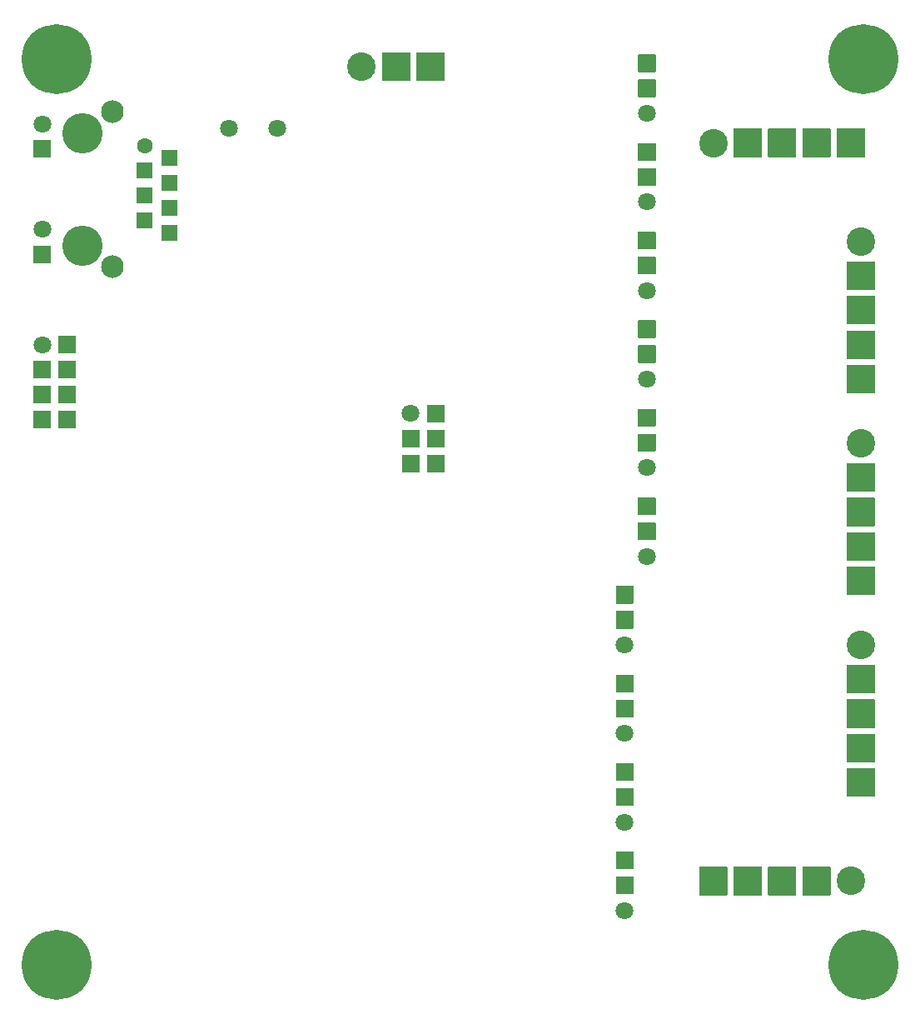
<source format=gbr>
G04 #@! TF.GenerationSoftware,KiCad,Pcbnew,(5.1.12)-1*
G04 #@! TF.CreationDate,2021-12-13T00:14:42+03:00*
G04 #@! TF.ProjectId,OCP-2,4f43502d-322e-46b6-9963-61645f706362,rev?*
G04 #@! TF.SameCoordinates,Original*
G04 #@! TF.FileFunction,Soldermask,Bot*
G04 #@! TF.FilePolarity,Negative*
%FSLAX46Y46*%
G04 Gerber Fmt 4.6, Leading zero omitted, Abs format (unit mm)*
G04 Created by KiCad (PCBNEW (5.1.12)-1) date 2021-12-13 00:14:42*
%MOMM*%
%LPD*%
G01*
G04 APERTURE LIST*
%ADD10C,1.802000*%
%ADD11C,2.902000*%
%ADD12C,7.102000*%
%ADD13C,2.302000*%
%ADD14C,4.102000*%
%ADD15C,1.602000*%
G04 APERTURE END LIST*
G36*
G01*
X91690000Y-94179000D02*
X93390000Y-94179000D01*
G75*
G02*
X93441000Y-94230000I0J-51000D01*
G01*
X93441000Y-95930000D01*
G75*
G02*
X93390000Y-95981000I-51000J0D01*
G01*
X91690000Y-95981000D01*
G75*
G02*
X91639000Y-95930000I0J51000D01*
G01*
X91639000Y-94230000D01*
G75*
G02*
X91690000Y-94179000I51000J0D01*
G01*
G37*
G36*
G01*
X91690000Y-91639000D02*
X93390000Y-91639000D01*
G75*
G02*
X93441000Y-91690000I0J-51000D01*
G01*
X93441000Y-93390000D01*
G75*
G02*
X93390000Y-93441000I-51000J0D01*
G01*
X91690000Y-93441000D01*
G75*
G02*
X91639000Y-93390000I0J51000D01*
G01*
X91639000Y-91690000D01*
G75*
G02*
X91690000Y-91639000I51000J0D01*
G01*
G37*
G36*
G01*
X91690000Y-89099000D02*
X93390000Y-89099000D01*
G75*
G02*
X93441000Y-89150000I0J-51000D01*
G01*
X93441000Y-90850000D01*
G75*
G02*
X93390000Y-90901000I-51000J0D01*
G01*
X91690000Y-90901000D01*
G75*
G02*
X91639000Y-90850000I0J51000D01*
G01*
X91639000Y-89150000D01*
G75*
G02*
X91690000Y-89099000I51000J0D01*
G01*
G37*
G36*
G01*
X89150000Y-94179000D02*
X90850000Y-94179000D01*
G75*
G02*
X90901000Y-94230000I0J-51000D01*
G01*
X90901000Y-95930000D01*
G75*
G02*
X90850000Y-95981000I-51000J0D01*
G01*
X89150000Y-95981000D01*
G75*
G02*
X89099000Y-95930000I0J51000D01*
G01*
X89099000Y-94230000D01*
G75*
G02*
X89150000Y-94179000I51000J0D01*
G01*
G37*
G36*
G01*
X89150000Y-91639000D02*
X90850000Y-91639000D01*
G75*
G02*
X90901000Y-91690000I0J-51000D01*
G01*
X90901000Y-93390000D01*
G75*
G02*
X90850000Y-93441000I-51000J0D01*
G01*
X89150000Y-93441000D01*
G75*
G02*
X89099000Y-93390000I0J51000D01*
G01*
X89099000Y-91690000D01*
G75*
G02*
X89150000Y-91639000I51000J0D01*
G01*
G37*
D10*
X90000000Y-90000000D03*
G36*
G01*
X51650000Y-89719000D02*
X53350000Y-89719000D01*
G75*
G02*
X53401000Y-89770000I0J-51000D01*
G01*
X53401000Y-91470000D01*
G75*
G02*
X53350000Y-91521000I-51000J0D01*
G01*
X51650000Y-91521000D01*
G75*
G02*
X51599000Y-91470000I0J51000D01*
G01*
X51599000Y-89770000D01*
G75*
G02*
X51650000Y-89719000I51000J0D01*
G01*
G37*
G36*
G01*
X54190000Y-89719000D02*
X55890000Y-89719000D01*
G75*
G02*
X55941000Y-89770000I0J-51000D01*
G01*
X55941000Y-91470000D01*
G75*
G02*
X55890000Y-91521000I-51000J0D01*
G01*
X54190000Y-91521000D01*
G75*
G02*
X54139000Y-91470000I0J51000D01*
G01*
X54139000Y-89770000D01*
G75*
G02*
X54190000Y-89719000I51000J0D01*
G01*
G37*
G36*
G01*
X54190000Y-87179000D02*
X55890000Y-87179000D01*
G75*
G02*
X55941000Y-87230000I0J-51000D01*
G01*
X55941000Y-88930000D01*
G75*
G02*
X55890000Y-88981000I-51000J0D01*
G01*
X54190000Y-88981000D01*
G75*
G02*
X54139000Y-88930000I0J51000D01*
G01*
X54139000Y-87230000D01*
G75*
G02*
X54190000Y-87179000I51000J0D01*
G01*
G37*
G36*
G01*
X54190000Y-84639000D02*
X55890000Y-84639000D01*
G75*
G02*
X55941000Y-84690000I0J-51000D01*
G01*
X55941000Y-86390000D01*
G75*
G02*
X55890000Y-86441000I-51000J0D01*
G01*
X54190000Y-86441000D01*
G75*
G02*
X54139000Y-86390000I0J51000D01*
G01*
X54139000Y-84690000D01*
G75*
G02*
X54190000Y-84639000I51000J0D01*
G01*
G37*
G36*
G01*
X54190000Y-82099000D02*
X55890000Y-82099000D01*
G75*
G02*
X55941000Y-82150000I0J-51000D01*
G01*
X55941000Y-83850000D01*
G75*
G02*
X55890000Y-83901000I-51000J0D01*
G01*
X54190000Y-83901000D01*
G75*
G02*
X54139000Y-83850000I0J51000D01*
G01*
X54139000Y-82150000D01*
G75*
G02*
X54190000Y-82099000I51000J0D01*
G01*
G37*
G36*
G01*
X51650000Y-87179000D02*
X53350000Y-87179000D01*
G75*
G02*
X53401000Y-87230000I0J-51000D01*
G01*
X53401000Y-88930000D01*
G75*
G02*
X53350000Y-88981000I-51000J0D01*
G01*
X51650000Y-88981000D01*
G75*
G02*
X51599000Y-88930000I0J51000D01*
G01*
X51599000Y-87230000D01*
G75*
G02*
X51650000Y-87179000I51000J0D01*
G01*
G37*
G36*
G01*
X51650000Y-84639000D02*
X53350000Y-84639000D01*
G75*
G02*
X53401000Y-84690000I0J-51000D01*
G01*
X53401000Y-86390000D01*
G75*
G02*
X53350000Y-86441000I-51000J0D01*
G01*
X51650000Y-86441000D01*
G75*
G02*
X51599000Y-86390000I0J51000D01*
G01*
X51599000Y-84690000D01*
G75*
G02*
X51650000Y-84639000I51000J0D01*
G01*
G37*
X52500000Y-83000000D03*
G36*
G01*
X90549000Y-56150000D02*
X90549000Y-53350000D01*
G75*
G02*
X90600000Y-53299000I51000J0D01*
G01*
X93400000Y-53299000D01*
G75*
G02*
X93451000Y-53350000I0J-51000D01*
G01*
X93451000Y-56150000D01*
G75*
G02*
X93400000Y-56201000I-51000J0D01*
G01*
X90600000Y-56201000D01*
G75*
G02*
X90549000Y-56150000I0J51000D01*
G01*
G37*
G36*
G01*
X87049000Y-56150000D02*
X87049000Y-53350000D01*
G75*
G02*
X87100000Y-53299000I51000J0D01*
G01*
X89900000Y-53299000D01*
G75*
G02*
X89951000Y-53350000I0J-51000D01*
G01*
X89951000Y-56150000D01*
G75*
G02*
X89900000Y-56201000I-51000J0D01*
G01*
X87100000Y-56201000D01*
G75*
G02*
X87049000Y-56150000I0J51000D01*
G01*
G37*
D11*
X85000000Y-54750000D03*
G36*
G01*
X134350000Y-126049000D02*
X137150000Y-126049000D01*
G75*
G02*
X137201000Y-126100000I0J-51000D01*
G01*
X137201000Y-128900000D01*
G75*
G02*
X137150000Y-128951000I-51000J0D01*
G01*
X134350000Y-128951000D01*
G75*
G02*
X134299000Y-128900000I0J51000D01*
G01*
X134299000Y-126100000D01*
G75*
G02*
X134350000Y-126049000I51000J0D01*
G01*
G37*
G36*
G01*
X134350000Y-122549000D02*
X137150000Y-122549000D01*
G75*
G02*
X137201000Y-122600000I0J-51000D01*
G01*
X137201000Y-125400000D01*
G75*
G02*
X137150000Y-125451000I-51000J0D01*
G01*
X134350000Y-125451000D01*
G75*
G02*
X134299000Y-125400000I0J51000D01*
G01*
X134299000Y-122600000D01*
G75*
G02*
X134350000Y-122549000I51000J0D01*
G01*
G37*
G36*
G01*
X134350000Y-119049000D02*
X137150000Y-119049000D01*
G75*
G02*
X137201000Y-119100000I0J-51000D01*
G01*
X137201000Y-121900000D01*
G75*
G02*
X137150000Y-121951000I-51000J0D01*
G01*
X134350000Y-121951000D01*
G75*
G02*
X134299000Y-121900000I0J51000D01*
G01*
X134299000Y-119100000D01*
G75*
G02*
X134350000Y-119049000I51000J0D01*
G01*
G37*
G36*
G01*
X134350000Y-115549000D02*
X137150000Y-115549000D01*
G75*
G02*
X137201000Y-115600000I0J-51000D01*
G01*
X137201000Y-118400000D01*
G75*
G02*
X137150000Y-118451000I-51000J0D01*
G01*
X134350000Y-118451000D01*
G75*
G02*
X134299000Y-118400000I0J51000D01*
G01*
X134299000Y-115600000D01*
G75*
G02*
X134350000Y-115549000I51000J0D01*
G01*
G37*
X135750000Y-113500000D03*
G36*
G01*
X134350000Y-105549000D02*
X137150000Y-105549000D01*
G75*
G02*
X137201000Y-105600000I0J-51000D01*
G01*
X137201000Y-108400000D01*
G75*
G02*
X137150000Y-108451000I-51000J0D01*
G01*
X134350000Y-108451000D01*
G75*
G02*
X134299000Y-108400000I0J51000D01*
G01*
X134299000Y-105600000D01*
G75*
G02*
X134350000Y-105549000I51000J0D01*
G01*
G37*
G36*
G01*
X134350000Y-102049000D02*
X137150000Y-102049000D01*
G75*
G02*
X137201000Y-102100000I0J-51000D01*
G01*
X137201000Y-104900000D01*
G75*
G02*
X137150000Y-104951000I-51000J0D01*
G01*
X134350000Y-104951000D01*
G75*
G02*
X134299000Y-104900000I0J51000D01*
G01*
X134299000Y-102100000D01*
G75*
G02*
X134350000Y-102049000I51000J0D01*
G01*
G37*
G36*
G01*
X134350000Y-98549000D02*
X137150000Y-98549000D01*
G75*
G02*
X137201000Y-98600000I0J-51000D01*
G01*
X137201000Y-101400000D01*
G75*
G02*
X137150000Y-101451000I-51000J0D01*
G01*
X134350000Y-101451000D01*
G75*
G02*
X134299000Y-101400000I0J51000D01*
G01*
X134299000Y-98600000D01*
G75*
G02*
X134350000Y-98549000I51000J0D01*
G01*
G37*
G36*
G01*
X134350000Y-95049000D02*
X137150000Y-95049000D01*
G75*
G02*
X137201000Y-95100000I0J-51000D01*
G01*
X137201000Y-97900000D01*
G75*
G02*
X137150000Y-97951000I-51000J0D01*
G01*
X134350000Y-97951000D01*
G75*
G02*
X134299000Y-97900000I0J51000D01*
G01*
X134299000Y-95100000D01*
G75*
G02*
X134350000Y-95049000I51000J0D01*
G01*
G37*
X135750000Y-93000000D03*
G36*
G01*
X122201000Y-136100000D02*
X122201000Y-138900000D01*
G75*
G02*
X122150000Y-138951000I-51000J0D01*
G01*
X119350000Y-138951000D01*
G75*
G02*
X119299000Y-138900000I0J51000D01*
G01*
X119299000Y-136100000D01*
G75*
G02*
X119350000Y-136049000I51000J0D01*
G01*
X122150000Y-136049000D01*
G75*
G02*
X122201000Y-136100000I0J-51000D01*
G01*
G37*
G36*
G01*
X125701000Y-136100000D02*
X125701000Y-138900000D01*
G75*
G02*
X125650000Y-138951000I-51000J0D01*
G01*
X122850000Y-138951000D01*
G75*
G02*
X122799000Y-138900000I0J51000D01*
G01*
X122799000Y-136100000D01*
G75*
G02*
X122850000Y-136049000I51000J0D01*
G01*
X125650000Y-136049000D01*
G75*
G02*
X125701000Y-136100000I0J-51000D01*
G01*
G37*
G36*
G01*
X129201000Y-136100000D02*
X129201000Y-138900000D01*
G75*
G02*
X129150000Y-138951000I-51000J0D01*
G01*
X126350000Y-138951000D01*
G75*
G02*
X126299000Y-138900000I0J51000D01*
G01*
X126299000Y-136100000D01*
G75*
G02*
X126350000Y-136049000I51000J0D01*
G01*
X129150000Y-136049000D01*
G75*
G02*
X129201000Y-136100000I0J-51000D01*
G01*
G37*
G36*
G01*
X132701000Y-136100000D02*
X132701000Y-138900000D01*
G75*
G02*
X132650000Y-138951000I-51000J0D01*
G01*
X129850000Y-138951000D01*
G75*
G02*
X129799000Y-138900000I0J51000D01*
G01*
X129799000Y-136100000D01*
G75*
G02*
X129850000Y-136049000I51000J0D01*
G01*
X132650000Y-136049000D01*
G75*
G02*
X132701000Y-136100000I0J-51000D01*
G01*
G37*
X134750000Y-137500000D03*
G36*
G01*
X134350000Y-85049000D02*
X137150000Y-85049000D01*
G75*
G02*
X137201000Y-85100000I0J-51000D01*
G01*
X137201000Y-87900000D01*
G75*
G02*
X137150000Y-87951000I-51000J0D01*
G01*
X134350000Y-87951000D01*
G75*
G02*
X134299000Y-87900000I0J51000D01*
G01*
X134299000Y-85100000D01*
G75*
G02*
X134350000Y-85049000I51000J0D01*
G01*
G37*
G36*
G01*
X134350000Y-81549000D02*
X137150000Y-81549000D01*
G75*
G02*
X137201000Y-81600000I0J-51000D01*
G01*
X137201000Y-84400000D01*
G75*
G02*
X137150000Y-84451000I-51000J0D01*
G01*
X134350000Y-84451000D01*
G75*
G02*
X134299000Y-84400000I0J51000D01*
G01*
X134299000Y-81600000D01*
G75*
G02*
X134350000Y-81549000I51000J0D01*
G01*
G37*
G36*
G01*
X134350000Y-78049000D02*
X137150000Y-78049000D01*
G75*
G02*
X137201000Y-78100000I0J-51000D01*
G01*
X137201000Y-80900000D01*
G75*
G02*
X137150000Y-80951000I-51000J0D01*
G01*
X134350000Y-80951000D01*
G75*
G02*
X134299000Y-80900000I0J51000D01*
G01*
X134299000Y-78100000D01*
G75*
G02*
X134350000Y-78049000I51000J0D01*
G01*
G37*
G36*
G01*
X134350000Y-74549000D02*
X137150000Y-74549000D01*
G75*
G02*
X137201000Y-74600000I0J-51000D01*
G01*
X137201000Y-77400000D01*
G75*
G02*
X137150000Y-77451000I-51000J0D01*
G01*
X134350000Y-77451000D01*
G75*
G02*
X134299000Y-77400000I0J51000D01*
G01*
X134299000Y-74600000D01*
G75*
G02*
X134350000Y-74549000I51000J0D01*
G01*
G37*
X135750000Y-72500000D03*
G36*
G01*
X133299000Y-63900000D02*
X133299000Y-61100000D01*
G75*
G02*
X133350000Y-61049000I51000J0D01*
G01*
X136150000Y-61049000D01*
G75*
G02*
X136201000Y-61100000I0J-51000D01*
G01*
X136201000Y-63900000D01*
G75*
G02*
X136150000Y-63951000I-51000J0D01*
G01*
X133350000Y-63951000D01*
G75*
G02*
X133299000Y-63900000I0J51000D01*
G01*
G37*
G36*
G01*
X129799000Y-63900000D02*
X129799000Y-61100000D01*
G75*
G02*
X129850000Y-61049000I51000J0D01*
G01*
X132650000Y-61049000D01*
G75*
G02*
X132701000Y-61100000I0J-51000D01*
G01*
X132701000Y-63900000D01*
G75*
G02*
X132650000Y-63951000I-51000J0D01*
G01*
X129850000Y-63951000D01*
G75*
G02*
X129799000Y-63900000I0J51000D01*
G01*
G37*
G36*
G01*
X126299000Y-63900000D02*
X126299000Y-61100000D01*
G75*
G02*
X126350000Y-61049000I51000J0D01*
G01*
X129150000Y-61049000D01*
G75*
G02*
X129201000Y-61100000I0J-51000D01*
G01*
X129201000Y-63900000D01*
G75*
G02*
X129150000Y-63951000I-51000J0D01*
G01*
X126350000Y-63951000D01*
G75*
G02*
X126299000Y-63900000I0J51000D01*
G01*
G37*
G36*
G01*
X122799000Y-63900000D02*
X122799000Y-61100000D01*
G75*
G02*
X122850000Y-61049000I51000J0D01*
G01*
X125650000Y-61049000D01*
G75*
G02*
X125701000Y-61100000I0J-51000D01*
G01*
X125701000Y-63900000D01*
G75*
G02*
X125650000Y-63951000I-51000J0D01*
G01*
X122850000Y-63951000D01*
G75*
G02*
X122799000Y-63900000I0J51000D01*
G01*
G37*
X120750000Y-62500000D03*
G36*
G01*
X112600000Y-136321000D02*
X110900000Y-136321000D01*
G75*
G02*
X110849000Y-136270000I0J51000D01*
G01*
X110849000Y-134570000D01*
G75*
G02*
X110900000Y-134519000I51000J0D01*
G01*
X112600000Y-134519000D01*
G75*
G02*
X112651000Y-134570000I0J-51000D01*
G01*
X112651000Y-136270000D01*
G75*
G02*
X112600000Y-136321000I-51000J0D01*
G01*
G37*
G36*
G01*
X112600000Y-138861000D02*
X110900000Y-138861000D01*
G75*
G02*
X110849000Y-138810000I0J51000D01*
G01*
X110849000Y-137110000D01*
G75*
G02*
X110900000Y-137059000I51000J0D01*
G01*
X112600000Y-137059000D01*
G75*
G02*
X112651000Y-137110000I0J-51000D01*
G01*
X112651000Y-138810000D01*
G75*
G02*
X112600000Y-138861000I-51000J0D01*
G01*
G37*
D10*
X111750000Y-140500000D03*
G36*
G01*
X112600000Y-127321000D02*
X110900000Y-127321000D01*
G75*
G02*
X110849000Y-127270000I0J51000D01*
G01*
X110849000Y-125570000D01*
G75*
G02*
X110900000Y-125519000I51000J0D01*
G01*
X112600000Y-125519000D01*
G75*
G02*
X112651000Y-125570000I0J-51000D01*
G01*
X112651000Y-127270000D01*
G75*
G02*
X112600000Y-127321000I-51000J0D01*
G01*
G37*
G36*
G01*
X112600000Y-129861000D02*
X110900000Y-129861000D01*
G75*
G02*
X110849000Y-129810000I0J51000D01*
G01*
X110849000Y-128110000D01*
G75*
G02*
X110900000Y-128059000I51000J0D01*
G01*
X112600000Y-128059000D01*
G75*
G02*
X112651000Y-128110000I0J-51000D01*
G01*
X112651000Y-129810000D01*
G75*
G02*
X112600000Y-129861000I-51000J0D01*
G01*
G37*
X111750000Y-131500000D03*
G36*
G01*
X112600000Y-118321000D02*
X110900000Y-118321000D01*
G75*
G02*
X110849000Y-118270000I0J51000D01*
G01*
X110849000Y-116570000D01*
G75*
G02*
X110900000Y-116519000I51000J0D01*
G01*
X112600000Y-116519000D01*
G75*
G02*
X112651000Y-116570000I0J-51000D01*
G01*
X112651000Y-118270000D01*
G75*
G02*
X112600000Y-118321000I-51000J0D01*
G01*
G37*
G36*
G01*
X112600000Y-120861000D02*
X110900000Y-120861000D01*
G75*
G02*
X110849000Y-120810000I0J51000D01*
G01*
X110849000Y-119110000D01*
G75*
G02*
X110900000Y-119059000I51000J0D01*
G01*
X112600000Y-119059000D01*
G75*
G02*
X112651000Y-119110000I0J-51000D01*
G01*
X112651000Y-120810000D01*
G75*
G02*
X112600000Y-120861000I-51000J0D01*
G01*
G37*
X111750000Y-122500000D03*
G36*
G01*
X112600000Y-109321000D02*
X110900000Y-109321000D01*
G75*
G02*
X110849000Y-109270000I0J51000D01*
G01*
X110849000Y-107570000D01*
G75*
G02*
X110900000Y-107519000I51000J0D01*
G01*
X112600000Y-107519000D01*
G75*
G02*
X112651000Y-107570000I0J-51000D01*
G01*
X112651000Y-109270000D01*
G75*
G02*
X112600000Y-109321000I-51000J0D01*
G01*
G37*
G36*
G01*
X112600000Y-111861000D02*
X110900000Y-111861000D01*
G75*
G02*
X110849000Y-111810000I0J51000D01*
G01*
X110849000Y-110110000D01*
G75*
G02*
X110900000Y-110059000I51000J0D01*
G01*
X112600000Y-110059000D01*
G75*
G02*
X112651000Y-110110000I0J-51000D01*
G01*
X112651000Y-111810000D01*
G75*
G02*
X112600000Y-111861000I-51000J0D01*
G01*
G37*
X111750000Y-113500000D03*
G36*
G01*
X114850000Y-100321000D02*
X113150000Y-100321000D01*
G75*
G02*
X113099000Y-100270000I0J51000D01*
G01*
X113099000Y-98570000D01*
G75*
G02*
X113150000Y-98519000I51000J0D01*
G01*
X114850000Y-98519000D01*
G75*
G02*
X114901000Y-98570000I0J-51000D01*
G01*
X114901000Y-100270000D01*
G75*
G02*
X114850000Y-100321000I-51000J0D01*
G01*
G37*
G36*
G01*
X114850000Y-102861000D02*
X113150000Y-102861000D01*
G75*
G02*
X113099000Y-102810000I0J51000D01*
G01*
X113099000Y-101110000D01*
G75*
G02*
X113150000Y-101059000I51000J0D01*
G01*
X114850000Y-101059000D01*
G75*
G02*
X114901000Y-101110000I0J-51000D01*
G01*
X114901000Y-102810000D01*
G75*
G02*
X114850000Y-102861000I-51000J0D01*
G01*
G37*
X114000000Y-104500000D03*
G36*
G01*
X114850000Y-91321000D02*
X113150000Y-91321000D01*
G75*
G02*
X113099000Y-91270000I0J51000D01*
G01*
X113099000Y-89570000D01*
G75*
G02*
X113150000Y-89519000I51000J0D01*
G01*
X114850000Y-89519000D01*
G75*
G02*
X114901000Y-89570000I0J-51000D01*
G01*
X114901000Y-91270000D01*
G75*
G02*
X114850000Y-91321000I-51000J0D01*
G01*
G37*
G36*
G01*
X114850000Y-93861000D02*
X113150000Y-93861000D01*
G75*
G02*
X113099000Y-93810000I0J51000D01*
G01*
X113099000Y-92110000D01*
G75*
G02*
X113150000Y-92059000I51000J0D01*
G01*
X114850000Y-92059000D01*
G75*
G02*
X114901000Y-92110000I0J-51000D01*
G01*
X114901000Y-93810000D01*
G75*
G02*
X114850000Y-93861000I-51000J0D01*
G01*
G37*
X114000000Y-95500000D03*
G36*
G01*
X114850000Y-82321000D02*
X113150000Y-82321000D01*
G75*
G02*
X113099000Y-82270000I0J51000D01*
G01*
X113099000Y-80570000D01*
G75*
G02*
X113150000Y-80519000I51000J0D01*
G01*
X114850000Y-80519000D01*
G75*
G02*
X114901000Y-80570000I0J-51000D01*
G01*
X114901000Y-82270000D01*
G75*
G02*
X114850000Y-82321000I-51000J0D01*
G01*
G37*
G36*
G01*
X114850000Y-84861000D02*
X113150000Y-84861000D01*
G75*
G02*
X113099000Y-84810000I0J51000D01*
G01*
X113099000Y-83110000D01*
G75*
G02*
X113150000Y-83059000I51000J0D01*
G01*
X114850000Y-83059000D01*
G75*
G02*
X114901000Y-83110000I0J-51000D01*
G01*
X114901000Y-84810000D01*
G75*
G02*
X114850000Y-84861000I-51000J0D01*
G01*
G37*
X114000000Y-86500000D03*
G36*
G01*
X114850000Y-73321000D02*
X113150000Y-73321000D01*
G75*
G02*
X113099000Y-73270000I0J51000D01*
G01*
X113099000Y-71570000D01*
G75*
G02*
X113150000Y-71519000I51000J0D01*
G01*
X114850000Y-71519000D01*
G75*
G02*
X114901000Y-71570000I0J-51000D01*
G01*
X114901000Y-73270000D01*
G75*
G02*
X114850000Y-73321000I-51000J0D01*
G01*
G37*
G36*
G01*
X114850000Y-75861000D02*
X113150000Y-75861000D01*
G75*
G02*
X113099000Y-75810000I0J51000D01*
G01*
X113099000Y-74110000D01*
G75*
G02*
X113150000Y-74059000I51000J0D01*
G01*
X114850000Y-74059000D01*
G75*
G02*
X114901000Y-74110000I0J-51000D01*
G01*
X114901000Y-75810000D01*
G75*
G02*
X114850000Y-75861000I-51000J0D01*
G01*
G37*
X114000000Y-77500000D03*
G36*
G01*
X114850000Y-64321000D02*
X113150000Y-64321000D01*
G75*
G02*
X113099000Y-64270000I0J51000D01*
G01*
X113099000Y-62570000D01*
G75*
G02*
X113150000Y-62519000I51000J0D01*
G01*
X114850000Y-62519000D01*
G75*
G02*
X114901000Y-62570000I0J-51000D01*
G01*
X114901000Y-64270000D01*
G75*
G02*
X114850000Y-64321000I-51000J0D01*
G01*
G37*
G36*
G01*
X114850000Y-66861000D02*
X113150000Y-66861000D01*
G75*
G02*
X113099000Y-66810000I0J51000D01*
G01*
X113099000Y-65110000D01*
G75*
G02*
X113150000Y-65059000I51000J0D01*
G01*
X114850000Y-65059000D01*
G75*
G02*
X114901000Y-65110000I0J-51000D01*
G01*
X114901000Y-66810000D01*
G75*
G02*
X114850000Y-66861000I-51000J0D01*
G01*
G37*
X114000000Y-68500000D03*
G36*
G01*
X114850000Y-55321000D02*
X113150000Y-55321000D01*
G75*
G02*
X113099000Y-55270000I0J51000D01*
G01*
X113099000Y-53570000D01*
G75*
G02*
X113150000Y-53519000I51000J0D01*
G01*
X114850000Y-53519000D01*
G75*
G02*
X114901000Y-53570000I0J-51000D01*
G01*
X114901000Y-55270000D01*
G75*
G02*
X114850000Y-55321000I-51000J0D01*
G01*
G37*
G36*
G01*
X114850000Y-57861000D02*
X113150000Y-57861000D01*
G75*
G02*
X113099000Y-57810000I0J51000D01*
G01*
X113099000Y-56110000D01*
G75*
G02*
X113150000Y-56059000I51000J0D01*
G01*
X114850000Y-56059000D01*
G75*
G02*
X114901000Y-56110000I0J-51000D01*
G01*
X114901000Y-57810000D01*
G75*
G02*
X114850000Y-57861000I-51000J0D01*
G01*
G37*
X114000000Y-59500000D03*
D12*
X136000000Y-146000000D03*
X136000000Y-54000000D03*
D10*
X71500000Y-61000000D03*
X76400000Y-61000000D03*
X52500000Y-60565600D03*
G36*
G01*
X51650000Y-72923400D02*
X53350000Y-72923400D01*
G75*
G02*
X53401000Y-72974400I0J-51000D01*
G01*
X53401000Y-74674400D01*
G75*
G02*
X53350000Y-74725400I-51000J0D01*
G01*
X51650000Y-74725400D01*
G75*
G02*
X51599000Y-74674400I0J51000D01*
G01*
X51599000Y-72974400D01*
G75*
G02*
X51650000Y-72923400I51000J0D01*
G01*
G37*
X52500000Y-71284400D03*
G36*
G01*
X51650000Y-62204600D02*
X53350000Y-62204600D01*
G75*
G02*
X53401000Y-62255600I0J-51000D01*
G01*
X53401000Y-63955600D01*
G75*
G02*
X53350000Y-64006600I-51000J0D01*
G01*
X51650000Y-64006600D01*
G75*
G02*
X51599000Y-63955600I0J51000D01*
G01*
X51599000Y-62255600D01*
G75*
G02*
X51650000Y-62204600I51000J0D01*
G01*
G37*
D13*
X59612000Y-75069000D03*
X59612000Y-59321000D03*
D14*
X56564000Y-72910000D03*
X56564000Y-61480000D03*
G36*
G01*
X64704000Y-70839000D02*
X66204000Y-70839000D01*
G75*
G02*
X66255000Y-70890000I0J-51000D01*
G01*
X66255000Y-72390000D01*
G75*
G02*
X66204000Y-72441000I-51000J0D01*
G01*
X64704000Y-72441000D01*
G75*
G02*
X64653000Y-72390000I0J51000D01*
G01*
X64653000Y-70890000D01*
G75*
G02*
X64704000Y-70839000I51000J0D01*
G01*
G37*
G36*
G01*
X62164000Y-69569000D02*
X63664000Y-69569000D01*
G75*
G02*
X63715000Y-69620000I0J-51000D01*
G01*
X63715000Y-71120000D01*
G75*
G02*
X63664000Y-71171000I-51000J0D01*
G01*
X62164000Y-71171000D01*
G75*
G02*
X62113000Y-71120000I0J51000D01*
G01*
X62113000Y-69620000D01*
G75*
G02*
X62164000Y-69569000I51000J0D01*
G01*
G37*
G36*
G01*
X64704000Y-68299000D02*
X66204000Y-68299000D01*
G75*
G02*
X66255000Y-68350000I0J-51000D01*
G01*
X66255000Y-69850000D01*
G75*
G02*
X66204000Y-69901000I-51000J0D01*
G01*
X64704000Y-69901000D01*
G75*
G02*
X64653000Y-69850000I0J51000D01*
G01*
X64653000Y-68350000D01*
G75*
G02*
X64704000Y-68299000I51000J0D01*
G01*
G37*
G36*
G01*
X62164000Y-67029000D02*
X63664000Y-67029000D01*
G75*
G02*
X63715000Y-67080000I0J-51000D01*
G01*
X63715000Y-68580000D01*
G75*
G02*
X63664000Y-68631000I-51000J0D01*
G01*
X62164000Y-68631000D01*
G75*
G02*
X62113000Y-68580000I0J51000D01*
G01*
X62113000Y-67080000D01*
G75*
G02*
X62164000Y-67029000I51000J0D01*
G01*
G37*
G36*
G01*
X64704000Y-65759000D02*
X66204000Y-65759000D01*
G75*
G02*
X66255000Y-65810000I0J-51000D01*
G01*
X66255000Y-67310000D01*
G75*
G02*
X66204000Y-67361000I-51000J0D01*
G01*
X64704000Y-67361000D01*
G75*
G02*
X64653000Y-67310000I0J51000D01*
G01*
X64653000Y-65810000D01*
G75*
G02*
X64704000Y-65759000I51000J0D01*
G01*
G37*
G36*
G01*
X62164000Y-64489000D02*
X63664000Y-64489000D01*
G75*
G02*
X63715000Y-64540000I0J-51000D01*
G01*
X63715000Y-66040000D01*
G75*
G02*
X63664000Y-66091000I-51000J0D01*
G01*
X62164000Y-66091000D01*
G75*
G02*
X62113000Y-66040000I0J51000D01*
G01*
X62113000Y-64540000D01*
G75*
G02*
X62164000Y-64489000I51000J0D01*
G01*
G37*
G36*
G01*
X64704000Y-63219000D02*
X66204000Y-63219000D01*
G75*
G02*
X66255000Y-63270000I0J-51000D01*
G01*
X66255000Y-64770000D01*
G75*
G02*
X66204000Y-64821000I-51000J0D01*
G01*
X64704000Y-64821000D01*
G75*
G02*
X64653000Y-64770000I0J51000D01*
G01*
X64653000Y-63270000D01*
G75*
G02*
X64704000Y-63219000I51000J0D01*
G01*
G37*
D15*
X62914000Y-62750000D03*
D12*
X54000000Y-146000000D03*
X54000000Y-54000000D03*
M02*

</source>
